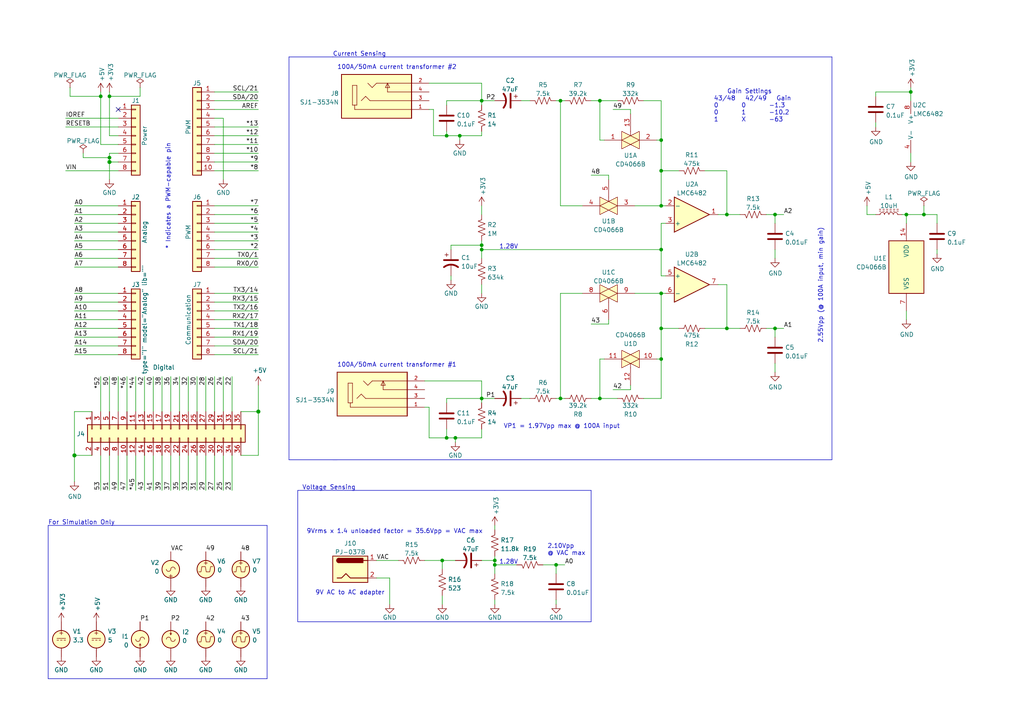
<source format=kicad_sch>
(kicad_sch (version 20230121) (generator eeschema)
  (paper "A4")
  (title_block (title "Panel to Aurduino Interface - NILM Project") (date "2022-08-26") (rev "1.2") (company "Copyright (c) 2022 Lindo St. Angel") (comment 1 "Resistors 1%, 1/4W unless otherwise noted") (comment 2 "Polarized capacitors tantalum 16V, 10% unless otherwise noted") (comment 3 "Unpolarized capacitors ceramic 16V, 10% unless otherwise noted"))
  (junction (at 31.75 27.94))
  (junction (at 191.77 95.25))
  (junction (at 21.59 132.08) (diameter 1.016))
  (junction (at 128.27 162.56))
  (junction (at 264.16 26.67))
  (junction (at 29.21 27.94))
  (junction (at 173.99 115.57))
  (junction (at 191.77 59.69))
  (junction (at 224.79 62.23))
  (junction (at 210.82 62.23))
  (junction (at 139.7 72.39))
  (junction (at 31.75 46.99) (diameter 1.016))
  (junction (at 191.77 104.14))
  (junction (at 210.82 95.25))
  (junction (at 191.77 40.64))
  (junction (at 139.7 115.57))
  (junction (at 129.54 39.37))
  (junction (at 162.56 115.57))
  (junction (at 191.77 72.39))
  (junction (at 143.51 162.56))
  (junction (at 161.29 163.83))
  (junction (at 133.35 39.37))
  (junction (at 262.89 62.23))
  (junction (at 143.51 163.83))
  (junction (at 191.77 85.09))
  (junction (at 31.75 45.72))
  (junction (at 129.54 127))
  (junction (at 139.7 71.12))
  (junction (at 132.08 127))
  (junction (at 162.56 29.21))
  (junction (at 267.97 62.23))
  (junction (at 224.79 95.25))
  (junction (at 191.77 49.53))
  (junction (at 139.7 29.21))
  (junction (at 74.93 119.38) (diameter 1.016))
  (junction (at 173.99 29.21))
  (no_connect (at 34.29 31.75))
  (wire (pts (xy 62.23 77.47) (xy 74.93 77.47)))
  (wire (pts (xy 264.16 25.4) (xy 264.16 26.67)))
  (wire (pts (xy 254 26.67) (xy 254 27.94)))
  (wire (pts (xy 139.7 115.57) (xy 129.54 115.57)))
  (wire (pts (xy 139.7 115.57) (xy 143.51 115.57)))
  (wire (pts (xy 271.78 62.23) (xy 271.78 64.77)))
  (wire (pts (xy 21.59 77.47) (xy 34.29 77.47)))
  (wire (pts (xy 161.29 163.83) (xy 161.29 166.37)))
  (polyline (pts (xy 77.47 196.85) (xy 13.97 196.85)))
  (wire (pts (xy 62.23 44.45) (xy 74.93 44.45)))
  (wire (pts (xy 44.45 109.22) (xy 44.45 119.38)))
  (polyline (pts (xy 241.3 133.35) (xy 96.52 133.35)))
  (wire (pts (xy 62.23 26.67) (xy 74.93 26.67)))
  (polyline (pts (xy 83.82 133.35) (xy 97.79 133.35)))
  (wire (pts (xy 46.99 109.22) (xy 46.99 119.38)))
  (wire (pts (xy 224.79 95.25) (xy 227.33 95.25)))
  (wire (pts (xy 74.93 119.38) (xy 74.93 132.08)))
  (wire (pts (xy 191.77 49.53) (xy 191.77 59.69)))
  (polyline (pts (xy 241.3 16.51) (xy 241.3 133.35)))
  (wire (pts (xy 26.67 119.38) (xy 21.59 119.38)))
  (wire (pts (xy 162.56 85.09) (xy 168.91 85.09)))
  (wire (pts (xy 162.56 59.69) (xy 168.91 59.69)))
  (wire (pts (xy 191.77 49.53) (xy 196.85 49.53)))
  (wire (pts (xy 264.16 26.67) (xy 264.16 29.21)))
  (wire (pts (xy 62.23 90.17) (xy 74.93 90.17)))
  (wire (pts (xy 31.75 44.45) (xy 31.75 45.72)))
  (wire (pts (xy 49.53 132.08) (xy 49.53 142.24)))
  (wire (pts (xy 21.59 72.39) (xy 34.29 72.39)))
  (wire (pts (xy 191.77 72.39) (xy 191.77 80.01)))
  (wire (pts (xy 151.13 29.21) (xy 153.67 29.21)))
  (wire (pts (xy 162.56 115.57) (xy 163.83 115.57)))
  (wire (pts (xy 54.61 109.22) (xy 54.61 119.38)))
  (wire (pts (xy 143.51 161.29) (xy 143.51 162.56)))
  (wire (pts (xy 31.75 109.22) (xy 31.75 119.38)))
  (wire (pts (xy 67.31 109.22) (xy 67.31 119.38)))
  (wire (pts (xy 190.5 40.64) (xy 191.77 40.64)))
  (wire (pts (xy 124.46 24.13) (xy 139.7 24.13)))
  (wire (pts (xy 191.77 115.57) (xy 191.77 104.14)))
  (wire (pts (xy 31.75 46.99) (xy 31.75 52.07)))
  (wire (pts (xy 264.16 26.67) (xy 254 26.67)))
  (wire (pts (xy 267.97 62.23) (xy 271.78 62.23)))
  (wire (pts (xy 251.46 59.69) (xy 251.46 62.23)))
  (wire (pts (xy 62.23 132.08) (xy 62.23 142.24)))
  (wire (pts (xy 171.45 50.8) (xy 176.53 50.8)))
  (wire (pts (xy 143.51 162.56) (xy 143.51 163.83)))
  (wire (pts (xy 31.75 39.37) (xy 34.29 39.37)))
  (wire (pts (xy 41.91 109.22) (xy 41.91 119.38)))
  (wire (pts (xy 161.29 163.83) (xy 163.83 163.83)))
  (wire (pts (xy 29.21 41.91) (xy 34.29 41.91)))
  (wire (pts (xy 52.07 132.08) (xy 52.07 142.24)))
  (wire (pts (xy 29.21 26.67) (xy 29.21 27.94)))
  (wire (pts (xy 21.59 102.87) (xy 34.29 102.87)))
  (wire (pts (xy 36.83 132.08) (xy 36.83 142.24)))
  (wire (pts (xy 59.69 132.08) (xy 59.69 142.24)))
  (polyline (pts (xy 86.36 180.34) (xy 171.45 180.34)))
  (wire (pts (xy 139.7 72.39) (xy 139.7 74.93)))
  (wire (pts (xy 177.8 31.75) (xy 182.88 31.75)))
  (wire (pts (xy 125.73 31.75) (xy 125.73 39.37)))
  (wire (pts (xy 271.78 72.39) (xy 271.78 73.66)))
  (wire (pts (xy 224.79 62.23) (xy 227.33 62.23)))
  (wire (pts (xy 133.35 39.37) (xy 139.7 39.37)))
  (wire (pts (xy 62.23 36.83) (xy 74.93 36.83)))
  (wire (pts (xy 31.75 26.67) (xy 31.75 27.94)))
  (wire (pts (xy 62.23 59.69) (xy 74.93 59.69)))
  (wire (pts (xy 139.7 29.21) (xy 143.51 29.21)))
  (wire (pts (xy 173.99 115.57) (xy 179.07 115.57)))
  (wire (pts (xy 34.29 59.69) (xy 21.59 59.69)))
  (polyline (pts (xy 13.97 152.4) (xy 13.97 196.85)))
  (wire (pts (xy 62.23 39.37) (xy 74.93 39.37)))
  (wire (pts (xy 34.29 100.33) (xy 21.59 100.33)))
  (wire (pts (xy 151.13 115.57) (xy 153.67 115.57)))
  (wire (pts (xy 191.77 40.64) (xy 191.77 49.53)))
  (wire (pts (xy 171.45 93.98) (xy 176.53 93.98)))
  (wire (pts (xy 267.97 59.69) (xy 267.97 62.23)))
  (wire (pts (xy 62.23 62.23) (xy 74.93 62.23)))
  (wire (pts (xy 113.03 167.64) (xy 113.03 175.26)))
  (wire (pts (xy 191.77 59.69) (xy 193.04 59.69)))
  (wire (pts (xy 62.23 97.79) (xy 74.93 97.79)))
  (wire (pts (xy 176.53 92.71) (xy 176.53 93.98)))
  (wire (pts (xy 210.82 49.53) (xy 210.82 62.23)))
  (wire (pts (xy 123.19 162.56) (xy 128.27 162.56)))
  (wire (pts (xy 20.32 25.4) (xy 20.32 27.94)))
  (wire (pts (xy 210.82 95.25) (xy 214.63 95.25)))
  (wire (pts (xy 161.29 115.57) (xy 162.56 115.57)))
  (wire (pts (xy 173.99 29.21) (xy 179.07 29.21)))
  (wire (pts (xy 109.22 162.56) (xy 115.57 162.56)))
  (wire (pts (xy 40.64 25.4) (xy 40.64 27.94)))
  (polyline (pts (xy 86.36 142.24) (xy 86.36 180.34)))
  (wire (pts (xy 186.69 29.21) (xy 191.77 29.21)))
  (wire (pts (xy 124.46 127) (xy 129.54 127)))
  (wire (pts (xy 52.07 109.22) (xy 52.07 119.38)))
  (wire (pts (xy 224.79 72.39) (xy 224.79 74.93)))
  (wire (pts (xy 21.59 119.38) (xy 21.59 132.08)))
  (wire (pts (xy 36.83 109.22) (xy 36.83 119.38)))
  (wire (pts (xy 26.67 132.08) (xy 21.59 132.08)))
  (wire (pts (xy 254 35.56) (xy 254 36.83)))
  (wire (pts (xy 224.79 62.23) (xy 224.79 64.77)))
  (wire (pts (xy 29.21 27.94) (xy 29.21 41.91)))
  (wire (pts (xy 171.45 115.57) (xy 173.99 115.57)))
  (wire (pts (xy 62.23 46.99) (xy 74.93 46.99)))
  (wire (pts (xy 59.69 109.22) (xy 59.69 119.38)))
  (wire (pts (xy 262.89 92.71) (xy 262.89 90.17)))
  (wire (pts (xy 261.62 62.23) (xy 262.89 62.23)))
  (wire (pts (xy 57.15 109.22) (xy 57.15 119.38)))
  (wire (pts (xy 39.37 132.08) (xy 39.37 142.24)))
  (wire (pts (xy 57.15 132.08) (xy 57.15 142.24)))
  (wire (pts (xy 34.29 132.08) (xy 34.29 142.24)))
  (wire (pts (xy 64.77 109.22) (xy 64.77 119.38)))
  (wire (pts (xy 191.77 95.25) (xy 196.85 95.25)))
  (wire (pts (xy 62.23 67.31) (xy 74.93 67.31)))
  (wire (pts (xy 125.73 39.37) (xy 129.54 39.37)))
  (wire (pts (xy 143.51 173.99) (xy 143.51 175.26)))
  (wire (pts (xy 191.77 95.25) (xy 191.77 85.09)))
  (wire (pts (xy 44.45 132.08) (xy 44.45 142.24)))
  (wire (pts (xy 204.47 49.53) (xy 210.82 49.53)))
  (wire (pts (xy 39.37 109.22) (xy 39.37 119.38)))
  (wire (pts (xy 31.75 45.72) (xy 31.75 46.99)))
  (wire (pts (xy 19.05 34.29) (xy 34.29 34.29)))
  (wire (pts (xy 139.7 69.85) (xy 139.7 71.12)))
  (wire (pts (xy 222.25 62.23) (xy 224.79 62.23)))
  (wire (pts (xy 191.77 29.21) (xy 191.77 40.64)))
  (wire (pts (xy 129.54 38.1) (xy 129.54 39.37)))
  (wire (pts (xy 62.23 87.63) (xy 74.93 87.63)))
  (wire (pts (xy 74.93 111.76) (xy 74.93 119.38)))
  (polyline (pts (xy 83.82 16.51) (xy 83.82 133.35)))
  (wire (pts (xy 132.08 128.27) (xy 132.08 127)))
  (polyline (pts (xy 77.47 152.4) (xy 77.47 196.85)))
  (wire (pts (xy 222.25 95.25) (xy 224.79 95.25)))
  (wire (pts (xy 191.77 85.09) (xy 193.04 85.09)))
  (wire (pts (xy 64.77 34.29) (xy 64.77 52.07)))
  (wire (pts (xy 176.53 52.07) (xy 176.53 50.8)))
  (wire (pts (xy 62.23 102.87) (xy 74.93 102.87)))
  (wire (pts (xy 128.27 162.56) (xy 128.27 165.1)))
  (polyline (pts (xy 96.52 16.51) (xy 83.82 16.51)))
  (wire (pts (xy 224.79 95.25) (xy 224.79 97.79)))
  (wire (pts (xy 124.46 31.75) (xy 125.73 31.75)))
  (wire (pts (xy 62.23 31.75) (xy 74.93 31.75)))
  (wire (pts (xy 24.13 45.72) (xy 31.75 45.72)))
  (wire (pts (xy 208.28 82.55) (xy 210.82 82.55)))
  (wire (pts (xy 69.85 119.38) (xy 74.93 119.38)))
  (wire (pts (xy 128.27 162.56) (xy 132.08 162.56)))
  (wire (pts (xy 62.23 95.25) (xy 74.93 95.25)))
  (polyline (pts (xy 171.45 180.34) (xy 171.45 142.24)))
  (wire (pts (xy 21.59 92.71) (xy 34.29 92.71)))
  (wire (pts (xy 177.8 113.03) (xy 182.88 113.03)))
  (wire (pts (xy 210.82 62.23) (xy 214.63 62.23)))
  (wire (pts (xy 34.29 64.77) (xy 21.59 64.77)))
  (wire (pts (xy 19.05 36.83) (xy 34.29 36.83)))
  (wire (pts (xy 129.54 39.37) (xy 133.35 39.37)))
  (wire (pts (xy 171.45 29.21) (xy 173.99 29.21)))
  (wire (pts (xy 139.7 72.39) (xy 191.77 72.39)))
  (wire (pts (xy 130.81 71.12) (xy 139.7 71.12)))
  (wire (pts (xy 62.23 85.09) (xy 74.93 85.09)))
  (wire (pts (xy 191.77 64.77) (xy 193.04 64.77)))
  (wire (pts (xy 34.29 46.99) (xy 31.75 46.99)))
  (wire (pts (xy 139.7 115.57) (xy 139.7 116.84)))
  (wire (pts (xy 123.19 110.49) (xy 139.7 110.49)))
  (wire (pts (xy 123.19 118.11) (xy 124.46 118.11)))
  (wire (pts (xy 224.79 105.41) (xy 224.79 107.95)))
  (wire (pts (xy 31.75 27.94) (xy 40.64 27.94)))
  (wire (pts (xy 129.54 124.46) (xy 129.54 127)))
  (wire (pts (xy 143.51 163.83) (xy 143.51 166.37)))
  (wire (pts (xy 193.04 80.01) (xy 191.77 80.01)))
  (wire (pts (xy 161.29 173.99) (xy 161.29 175.26)))
  (wire (pts (xy 129.54 127) (xy 132.08 127)))
  (wire (pts (xy 19.05 49.53) (xy 34.29 49.53)))
  (wire (pts (xy 29.21 109.22) (xy 29.21 119.38)))
  (wire (pts (xy 132.08 127) (xy 139.7 127)))
  (wire (pts (xy 184.15 85.09) (xy 191.77 85.09)))
  (wire (pts (xy 21.59 62.23) (xy 34.29 62.23)))
  (wire (pts (xy 251.46 62.23) (xy 254 62.23)))
  (wire (pts (xy 157.48 163.83) (xy 161.29 163.83)))
  (wire (pts (xy 128.27 172.72) (xy 128.27 175.26)))
  (wire (pts (xy 31.75 132.08) (xy 31.75 142.24)))
  (wire (pts (xy 31.75 27.94) (xy 31.75 39.37)))
  (wire (pts (xy 54.61 132.08) (xy 54.61 142.24)))
  (polyline (pts (xy 13.97 152.4) (xy 77.47 152.4)))
  (wire (pts (xy 143.51 152.4) (xy 143.51 153.67)))
  (wire (pts (xy 162.56 29.21) (xy 162.56 59.69)))
  (wire (pts (xy 34.29 90.17) (xy 21.59 90.17)))
  (wire (pts (xy 20.32 27.94) (xy 29.21 27.94)))
  (wire (pts (xy 29.21 132.08) (xy 29.21 142.24)))
  (wire (pts (xy 62.23 92.71) (xy 74.93 92.71)))
  (wire (pts (xy 62.23 34.29) (xy 64.77 34.29)))
  (wire (pts (xy 139.7 29.21) (xy 129.54 29.21)))
  (wire (pts (xy 208.28 62.23) (xy 210.82 62.23)))
  (wire (pts (xy 46.99 132.08) (xy 46.99 142.24)))
  (wire (pts (xy 182.88 33.02) (xy 182.88 31.75)))
  (wire (pts (xy 173.99 115.57) (xy 173.99 104.14)))
  (wire (pts (xy 161.29 29.21) (xy 162.56 29.21)))
  (wire (pts (xy 139.7 29.21) (xy 139.7 30.48)))
  (wire (pts (xy 34.29 44.45) (xy 31.75 44.45)))
  (wire (pts (xy 21.59 97.79) (xy 34.29 97.79)))
  (wire (pts (xy 173.99 29.21) (xy 173.99 40.64)))
  (wire (pts (xy 191.77 104.14) (xy 191.77 95.25)))
  (wire (pts (xy 24.13 44.45) (xy 24.13 45.72)))
  (wire (pts (xy 62.23 109.22) (xy 62.23 119.38)))
  (wire (pts (xy 262.89 62.23) (xy 267.97 62.23)))
  (polyline (pts (xy 96.52 16.51) (xy 241.3 16.51)))
  (wire (pts (xy 182.88 111.76) (xy 182.88 113.03)))
  (wire (pts (xy 62.23 41.91) (xy 74.93 41.91)))
  (wire (pts (xy 139.7 38.1) (xy 139.7 39.37)))
  (wire (pts (xy 49.53 109.22) (xy 49.53 119.38)))
  (wire (pts (xy 21.59 87.63) (xy 34.29 87.63)))
  (wire (pts (xy 133.35 39.37) (xy 133.35 40.64)))
  (polyline (pts (xy 143.51 142.24) (xy 171.45 142.24)))
  (wire (pts (xy 62.23 64.77) (xy 74.93 64.77)))
  (wire (pts (xy 262.89 62.23) (xy 262.89 64.77)))
  (wire (pts (xy 21.59 67.31) (xy 34.29 67.31)))
  (wire (pts (xy 124.46 118.11) (xy 124.46 127)))
  (wire (pts (xy 264.16 44.45) (xy 264.16 46.99)))
  (wire (pts (xy 34.29 109.22) (xy 34.29 119.38)))
  (wire (pts (xy 162.56 115.57) (xy 162.56 85.09)))
  (wire (pts (xy 139.7 71.12) (xy 139.7 72.39)))
  (wire (pts (xy 62.23 100.33) (xy 74.93 100.33)))
  (wire (pts (xy 139.7 124.46) (xy 139.7 127)))
  (wire (pts (xy 173.99 104.14) (xy 175.26 104.14)))
  (wire (pts (xy 74.93 132.08) (xy 69.85 132.08)))
  (wire (pts (xy 34.29 85.09) (xy 21.59 85.09)))
  (wire (pts (xy 139.7 24.13) (xy 139.7 29.21)))
  (wire (pts (xy 67.31 132.08) (xy 67.31 142.24)))
  (wire (pts (xy 109.22 167.64) (xy 113.03 167.64)))
  (wire (pts (xy 186.69 115.57) (xy 191.77 115.57)))
  (wire (pts (xy 130.81 71.12) (xy 130.81 72.39)))
  (wire (pts (xy 210.82 95.25) (xy 210.82 82.55)))
  (wire (pts (xy 143.51 163.83) (xy 149.86 163.83)))
  (wire (pts (xy 62.23 29.21) (xy 74.93 29.21)))
  (wire (pts (xy 64.77 132.08) (xy 64.77 142.24)))
  (wire (pts (xy 139.7 115.57) (xy 139.7 110.49)))
  (wire (pts (xy 62.23 72.39) (xy 74.93 72.39)))
  (wire (pts (xy 139.7 162.56) (xy 143.51 162.56)))
  (polyline (pts (xy 143.51 142.24) (xy 86.36 142.24)))
  (wire (pts (xy 62.23 69.85) (xy 74.93 69.85)))
  (wire (pts (xy 139.7 82.55) (xy 139.7 85.09)))
  (wire (pts (xy 139.7 59.69) (xy 139.7 62.23)))
  (wire (pts (xy 204.47 95.25) (xy 210.82 95.25)))
  (wire (pts (xy 41.91 132.08) (xy 41.91 142.24)))
  (wire (pts (xy 129.54 29.21) (xy 129.54 30.48)))
  (wire (pts (xy 190.5 104.14) (xy 191.77 104.14)))
  (wire (pts (xy 184.15 59.69) (xy 191.77 59.69)))
  (wire (pts (xy 129.54 115.57) (xy 129.54 116.84)))
  (wire (pts (xy 191.77 64.77) (xy 191.77 72.39)))
  (wire (pts (xy 130.81 80.01) (xy 130.81 81.28)))
  (wire (pts (xy 173.99 40.64) (xy 175.26 40.64)))
  (wire (pts (xy 62.23 74.93) (xy 74.93 74.93)))
  (wire (pts (xy 34.29 95.25) (xy 21.59 95.25)))
  (wire (pts (xy 21.59 132.08) (xy 21.59 139.7)))
  (wire (pts (xy 34.29 74.93) (xy 21.59 74.93)))
  (wire (pts (xy 34.29 69.85) (xy 21.59 69.85)))
  (wire (pts (xy 162.56 29.21) (xy 163.83 29.21)))
  (wire (pts (xy 62.23 49.53) (xy 74.93 49.53)))
  (text "    Gain Settings\n43/48   42/49   Gain\n0       0       -1.3\n0       1       -10.2\n1       X       -63" (at 207.01 35.56 0) (effects (font (size 1.27 1.27)) (justify left bottom)))
  (text "2.55Vpp (@ 100A input, min gain)" (at 238.76 66.04 90) (effects (font (size 1.27 1.27)) (justify right bottom)))
  (text "Voltage Sensing" (at 87.63 142.24 0) (effects (font (size 1.27 1.27)) (justify left bottom)))
  (text "9V AC to AC adapter" (at 91.44 172.72 0) (effects (font (size 1.27 1.27)) (justify left bottom)))
  (text "2.10Vpp\n@ VAC max" (at 158.75 161.29 0) (effects (font (size 1.27 1.27)) (justify left bottom)))
  (text "1.28V" (at 144.78 163.83 0) (effects (font (size 1.27 1.27)) (justify left bottom)))
  (text "1.28V" (at 144.78 72.39 0) (effects (font (size 1.27 1.27)) (justify left bottom)))
  (text "100A/50mA current transformer #2" (at 97.79 20.32 0) (effects (font (size 1.27 1.27)) (justify left bottom)))
  (text "Current Sensing" (at 96.52 16.51 0) (effects (font (size 1.27 1.27)) (justify left bottom)))
  (text "100A/50mA current transformer #1" (at 97.79 106.68 0) (effects (font (size 1.27 1.27)) (justify left bottom)))
  (text "VP1 = 1.97Vpp max @ 100A input" (at 146.05 124.46 0) (effects (font (size 1.27 1.27)) (justify left bottom)))
  (text "* Indicates a PWM-capable pin" (at 49.53 72.39 90) (effects (font (size 1.27 1.27)) (justify left bottom)))
  (text "9Vrms x 1.4 unloaded factor = 35.6Vpp = VAC max" (at 88.9 154.94 0) (effects (font (size 1.27 1.27)) (justify left bottom)))
  (text "For Simulation Only" (at 13.97 152.4 0) (effects (font (size 1.27 1.27)) (justify left bottom)))
  (label "A10" (at 21.59 90.17 0))
  (label "RX0{slash}0" (at 74.93 77.47 180))
  (label "A15" (at 21.59 102.87 0))
  (label "48" (at 69.85 160.02 0))
  (label "A2" (at 21.59 64.77 0))
  (label "RX2{slash}17" (at 74.93 92.71 180))
  (label "*4" (at 74.93 67.31 180))
  (label "P2" (at 140.97 29.21 0))
  (label "SDA{slash}20" (at 74.93 100.33 180))
  (label "26" (at 62.23 109.22 270))
  (label "49" (at 177.8 31.75 0))
  (label "31" (at 57.15 142.24 90))
  (label "22" (at 67.31 109.22 270))
  (label "33" (at 54.61 142.24 90))
  (label "36" (at 49.53 109.22 270))
  (label "*2" (at 74.93 72.39 180))
  (label "TX1{slash}18" (at 74.93 95.25 180))
  (label "*44" (at 39.37 109.22 270))
  (label "A3" (at 21.59 67.31 0))
  (label "*13" (at 74.93 36.83 180))
  (label "P2" (at 49.53 180.34 0))
  (label "*52" (at 29.21 109.22 270))
  (label "*12" (at 74.93 39.37 180))
  (label "40" (at 44.45 109.22 270))
  (label "RESETB" (at 19.05 36.83 0))
  (label "35" (at 52.07 142.24 90))
  (label "*10" (at 74.93 44.45 180))
  (label "42" (at 177.8 113.03 0))
  (label "A1" (at 227.33 95.25 0))
  (label "28" (at 59.69 109.22 270))
  (label "43" (at 69.85 180.34 0))
  (label "A0" (at 163.83 163.83 0))
  (label "23" (at 67.31 142.24 90))
  (label "29" (at 59.69 142.24 90))
  (label "A13" (at 21.59 97.79 0))
  (label "41" (at 44.45 142.24 90))
  (label "A2" (at 227.33 62.23 0))
  (label "30" (at 57.15 109.22 270))
  (label "47" (at 36.83 142.24 90))
  (label "34" (at 52.07 109.22 270))
  (label "*45" (at 39.37 142.24 90))
  (label "38" (at 46.99 109.22 270))
  (label "43" (at 171.45 93.98 0))
  (label "51" (at 31.75 142.24 90))
  (label "48" (at 171.45 50.8 0))
  (label "*7" (at 74.93 59.69 180))
  (label "VAC" (at 109.22 162.56 0))
  (label "SDA{slash}20" (at 74.93 29.21 180))
  (label "*8" (at 74.93 49.53 180))
  (label "P1" (at 40.64 180.34 0))
  (label "VIN" (at 19.05 49.53 0))
  (label "49" (at 59.69 160.02 0))
  (label "P1" (at 140.97 115.57 0))
  (label "A9" (at 21.59 87.63 0))
  (label "*11" (at 74.93 41.91 180))
  (label "*3" (at 74.93 69.85 180))
  (label "42" (at 59.69 180.34 0))
  (label "A6" (at 21.59 74.93 0))
  (label "42" (at 41.91 109.22 270))
  (label "A1" (at 21.59 62.23 0))
  (label "53" (at 29.21 142.24 90))
  (label "TX0{slash}1" (at 74.93 74.93 180))
  (label "24" (at 64.77 109.22 270))
  (label "RX1{slash}19" (at 74.93 97.79 180))
  (label "A0" (at 21.59 59.69 0))
  (label "AREF" (at 74.93 31.75 180))
  (label "A14" (at 21.59 100.33 0))
  (label "39" (at 46.99 142.24 90))
  (label "A8" (at 21.59 85.09 0))
  (label "27" (at 62.23 142.24 90))
  (label "37" (at 49.53 142.24 90))
  (label "25" (at 64.77 142.24 90))
  (label "*6" (at 74.93 62.23 180))
  (label "*46" (at 36.83 109.22 270))
  (label "SCL{slash}21" (at 74.93 26.67 180))
  (label "*9" (at 74.93 46.99 180))
  (label "50" (at 31.75 109.22 270))
  (label "TX2{slash}16" (at 74.93 90.17 180))
  (label "*5" (at 74.93 64.77 180))
  (label "IOREF" (at 19.05 34.29 0))
  (label "VAC" (at 49.53 160.02 0))
  (label "A7" (at 21.59 77.47 0))
  (label "A11" (at 21.59 92.71 0))
  (label "A4" (at 21.59 69.85 0))
  (label "49" (at 34.29 142.24 90))
  (label "A5" (at 21.59 72.39 0))
  (label "RX3{slash}15" (at 74.93 87.63 180))
  (label "TX3{slash}14" (at 74.93 85.09 180))
  (label "32" (at 54.61 109.22 270))
  (label "43" (at 41.91 142.24 90))
  (label "A12" (at 21.59 95.25 0))
  (label "SCL{slash}21" (at 74.93 102.87 180))
  (label "48" (at 34.29 109.22 270))
  (symbol (lib_id "Connector_Generic:Conn_01x08") (at 39.37 39.37 0) (unit 1)
    (property "Reference" "J1" (at 39.37 29.21 0))
    (property "Value" "Power" (at 41.91 39.37 90))
    (property "Footprint" "Connector_PinHeader_2.54mm:PinHeader_1x08_P2.54mm_Vertical" (effects hide))
    (property "Sim.Enable" "0" (effects hide))
    (property "Sim.Device" "SPICE" (effects hide))
    (property "Sim.Params" "type=\"J\" model=\"Power\" lib=\"\"" (effects hide))
    (property "Sim.Pins" "1=1 2=2 3=3 4=4 5=5 6=6 7=7 8=8" (effects hide))
  )
  (symbol (lib_id "power:+3V3") (at 31.75 26.67 0) (unit 1)
    (property "Reference" "#PWR08" (effects hide))
    (property "Value" "+3.3V" (at 32.131 23.622 90) (effects (justify left)))
  )
  (symbol (lib_id "power:+5V") (at 29.21 26.67 0) (unit 1)
    (property "Reference" "#PWR07" (effects hide))
    (property "Value" "+5V" (at 29.5656 23.622 90) (effects (justify left)))
  )
  (symbol (lib_id "power:GND") (at 31.75 52.07 0) (unit 1)
    (property "Reference" "#PWR09" (effects hide))
    (property "Value" "GND" (at 31.75 55.88 0))
  )
  (symbol (lib_id "Connector_Generic:Conn_01x10") (at 57.15 36.83 0) (mirror y) (unit 1)
    (property "Reference" "J5" (at 57.15 24.13 0))
    (property "Value" "PWM" (at 54.61 36.83 90))
    (property "Footprint" "Connector_PinHeader_2.54mm:PinHeader_1x10_P2.54mm_Vertical" (effects hide))
    (property "Sim.Enable" "0" (effects hide))
    (property "Sim.Device" "SPICE" (effects hide))
    (property "Sim.Params" "type=\"J\" model=\"PWM\" lib=\"\"" (effects hide))
    (property "Sim.Pins" "1=1 2=2 3=3 4=4 5=5 6=6 7=7 8=8 9=9 10=10" (effects hide))
  )
  (symbol (lib_id "power:GND") (at 64.77 52.07 0) (unit 1)
    (property "Reference" "#PWR014" (effects hide))
    (property "Value" "GND" (at 64.77 55.88 0))
  )
  (symbol (lib_id "Connector_Generic:Conn_01x08") (at 39.37 67.31 0) (unit 1)
    (property "Reference" "J2" (at 39.37 57.15 0))
    (property "Value" "Analog" (at 41.91 67.31 90))
    (property "Footprint" "Connector_PinHeader_2.54mm:PinHeader_1x08_P2.54mm_Vertical" (effects hide))
    (property "Sim.Enable" "0" (effects hide))
    (property "Sim.Device" "SPICE" (effects hide))
    (property "Sim.Params" "type=\"J\" model=\"Analog\" lib=\"\"" (effects hide))
    (property "Sim.Pins" "1=1 2=2 3=3 4=4 5=5 6=6 7=7 8=8" (effects hide))
  )
  (symbol (lib_id "Connector_Generic:Conn_01x08") (at 57.15 67.31 0) (mirror y) (unit 1)
    (property "Reference" "J6" (at 57.15 57.15 0))
    (property "Value" "PWM" (at 54.61 67.31 90))
    (property "Footprint" "Connector_PinHeader_2.54mm:PinHeader_1x08_P2.54mm_Vertical" (effects hide))
    (property "Sim.Enable" "0" (effects hide))
    (property "Sim.Device" "SPICE" (effects hide))
    (property "Sim.Params" "type=\"J\" model=\"PWM\" lib=\"\"" (effects hide))
    (property "Sim.Pins" "1=1 2=2 3=3 4=4 5=5 6=6 7=7 8=8" (effects hide))
  )
  (symbol (lib_id "Connector_Generic:Conn_01x08") (at 39.37 92.71 0) (unit 1)
    (property "Reference" "J3" (at 39.37 82.55 0))
    (property "Value" "${SIM.PARAMS}" (at 41.91 92.71 90))
    (property "Footprint" "Connector_PinHeader_2.54mm:PinHeader_1x08_P2.54mm_Vertical" (effects hide))
    (property "Sim.Enable" "0" (effects hide))
    (property "Sim.Device" "SPICE" (effects hide))
    (property "Sim.Params" "type=\"I\" model=\"Analog\" lib=\"\"" (effects hide))
    (property "Sim.Pins" "1=1 2=2 3=3 4=4 5=5 6=6 7=7 8=8" (effects hide))
  )
  (symbol (lib_id "Connector_Generic:Conn_01x08") (at 57.15 92.71 0) (mirror y) (unit 1)
    (property "Reference" "J7" (at 57.15 82.55 0))
    (property "Value" "Communication" (at 54.61 92.71 90))
    (property "Footprint" "Connector_PinHeader_2.54mm:PinHeader_1x08_P2.54mm_Vertical" (effects hide))
    (property "Sim.Enable" "0" (effects hide))
    (property "Sim.Device" "SPICE" (effects hide))
    (property "Sim.Params" "type=\"J\" model=\"Communication\" lib=\"\"" (effects hide))
    (property "Sim.Pins" "1=1 2=2 3=3 4=4 5=5 6=6 7=7 8=8" (effects hide))
  )
  (symbol (lib_id "Connector_Generic:Conn_02x18_Odd_Even") (at 46.99 124.46 90) (mirror x) (unit 1)
    (property "Reference" "J4" (at 24.6379 125.8506 90) (effects (justify left)))
    (property "Value" "Digital" (at 47.498 106.553 90))
    (property "Footprint" "Connector_PinHeader_2.54mm:PinHeader_2x18_P2.54mm_Vertical" (effects hide))
    (property "Sim.Enable" "0" (effects hide))
    (property "Sim.Device" "SPICE" (effects hide))
    (property "Sim.Params" "type=\"J\" model=\"Digital\" lib=\"\"" (effects hide))
    (property "Sim.Pins" "1=1 2=2 3=3 4=4 5=5 6=6 7=7 8=8 9=9 10=10 11=11 12=12 13=13 14=14 15=15 16=16 17=17 18=18 19=19 20=20 21=21 22=22 23=23 24=24 25=25 26=26 27=27 28=28 29=29 30=30 31=31 32=32 33=33 34=34 35=35 36=36" (effects hide))
  )
  (symbol (lib_id "power:GND") (at 21.59 139.7 0) (unit 1)
    (property "Reference" "#PWR03" (effects hide))
    (property "Value" "GND" (at 21.7043 144.0244 0))
  )
  (symbol (lib_id "power:+5V") (at 74.93 111.76 0) (unit 1)
    (property "Reference" "#PWR016" (effects hide))
    (property "Value" "+5V" (at 75.2983 107.4356 0))
  )
  (symbol (lib_id "4xxx:4066") (at 176.53 85.09 0) (mirror x) (unit 3)
    (property "Reference" "U1" (at 176.53 78.9772 0))
    (property "Value" "CD4066B" (at 176.53 81.5141 0))
    (property "Footprint" "Package_SO:SOIC-14_3.9x8.7mm_P1.27mm" (effects hide))
    (property "Datasheet" "https://www.ti.com/lit/ds/symlink/cd4066b.pdf?ts=1659354242888&ref_url=https%253A%252F%252Fwww.ti.com%252Fproduct%252FCD4066B%252Fpart-details%252FCD4066BPW" (effects hide))
    (property "Sim.Library" "CD4066-quad.LIB" (effects hide))
    (property "Sim.Name" "CD4066-quad" (effects hide))
    (property "Sim.Pins" "1=aio 2=aoi 3=bio 4=boi 5=bctrl 6=cctrl 7=vss 8=cio 9=coi 10=dio 11=doi 12=dctrl 13=actrl 14=vdd" (effects hide))
  )
  (symbol (lib_id "power:GND") (at 139.7 85.09 0) (unit 1)
    (property "Reference" "#PWR020" (effects hide))
    (property "Value" "GND" (at 139.7 88.9 0))
  )
  (symbol (lib_id "Device:R_US") (at 200.66 49.53 90) (mirror x) (unit 1)
    (property "Reference" "R11" (at 200.66 44.9412 90))
    (property "Value" "475k" (at 200.66 47.4781 90))
    (property "Footprint" "Resistor_SMD:R_1206_3216Metric_Pad1.30x1.75mm_HandSolder" (effects hide))
    (property "Datasheet" "https://www.yageo.com/upload/media/product/productsearch/datasheet/rchip/PYu-RC_Group_51_RoHS_L_12.pdf" (effects hide))
  )
  (symbol (lib_id "Device:R_US") (at 139.7 78.74 0) (mirror y) (unit 1)
    (property "Reference" "R3" (at 141.351 77.9053 0) (effects (justify right)))
    (property "Value" "634k" (at 141.351 80.4422 0) (effects (justify right)))
    (property "Footprint" "Resistor_SMD:R_1206_3216Metric_Pad1.30x1.75mm_HandSolder" (effects hide))
    (property "Datasheet" "https://www.yageo.com/upload/media/product/productsearch/datasheet/rchip/PYu-RC_Group_51_RoHS_L_12.pdf" (effects hide))
  )
  (symbol (lib_id "Device:R_US") (at 139.7 66.04 0) (mirror y) (unit 1)
    (property "Reference" "R2" (at 141.351 65.2053 0) (effects (justify right)))
    (property "Value" "1M" (at 141.351 67.7422 0) (effects (justify right)))
    (property "Footprint" "Resistor_SMD:R_1206_3216Metric_Pad1.30x1.75mm_HandSolder" (effects hide))
    (property "Datasheet" "https://www.yageo.com/upload/media/product/productsearch/datasheet/rchip/PYu-RC_Group_51_RoHS_L_12.pdf" (effects hide))
  )
  (symbol (lib_id "Device:R_US") (at 218.44 95.25 90) (unit 1)
    (property "Reference" "R14" (at 218.44 90.6612 90))
    (property "Value" "7.5k" (at 218.44 93.1981 90))
    (property "Footprint" "Resistor_SMD:R_1206_3216Metric_Pad1.30x1.75mm_HandSolder" (effects hide))
    (property "Datasheet" "https://www.yageo.com/upload/media/product/productsearch/datasheet/rchip/PYu-RC_Group_51_RoHS_L_12.pdf" (effects hide))
  )
  (symbol (lib_id "power:GND") (at 128.27 175.26 0) (unit 1)
    (property "Reference" "#PWR025" (effects hide))
    (property "Value" "GND" (at 128.27 179.07 0))
  )
  (symbol (lib_id "4xxx:4066") (at 182.88 104.14 0) (mirror x) (unit 4)
    (property "Reference" "U1" (at 182.88 99.6966 0))
    (property "Value" "CD4066B" (at 182.88 97.1597 0))
    (property "Footprint" "Package_SO:SOIC-14_3.9x8.7mm_P1.27mm" (effects hide))
    (property "Datasheet" "https://www.ti.com/lit/ds/symlink/cd4066b.pdf?ts=1659354242888&ref_url=https%253A%252F%252Fwww.ti.com%252Fproduct%252FCD4066B%252Fpart-details%252FCD4066BPW" (effects hide))
    (property "Sim.Library" "CD4066-quad.LIB" (effects hide))
    (property "Sim.Name" "CD4066-quad" (effects hide))
    (property "Sim.Pins" "1=aio 2=aoi 3=bio 4=boi 5=bctrl 6=cctrl 7=vss 8=cio 9=coi 10=dio 11=doi 12=dctrl 13=actrl 14=vdd" (effects hide))
  )
  (symbol (lib_id "Device:R_US") (at 139.7 120.65 0) (mirror y) (unit 1)
    (property "Reference" "R4" (at 141.351 119.8153 0) (effects (justify right)))
    (property "Value" "14" (at 141.351 122.3522 0) (effects (justify right)))
    (property "Footprint" "Resistor_SMD:R_1206_3216Metric_Pad1.30x1.75mm_HandSolder" (effects hide))
    (property "Datasheet" "https://www.yageo.com/upload/media/product/productsearch/datasheet/rchip/PYu-RC_Group_51_RoHS_L_12.pdf" (effects hide))
  )
  (symbol (lib_id "Device:L_Ferrite") (at 257.81 62.23 90) (unit 1)
    (property "Reference" "L1" (at 257.81 57.1332 90))
    (property "Value" "10uH" (at 257.81 59.6701 90))
    (property "Footprint" "Inductor_SMD:L_1008_2520Metric_Pad1.43x2.20mm_HandSolder" (effects hide))
    (property "Datasheet" "https://www.murata.com/~/media/webrenewal/products/inductor/chip/tokoproducts/wirewoundmetalalloychiptype/m_dfe252012c.ashx" (effects hide))
  )
  (symbol (lib_id "power:+3V3") (at 139.7 59.69 0) (unit 1)
    (property "Reference" "#PWR019" (effects hide))
    (property "Value" "+3.3V" (at 140.081 56.642 90) (effects (justify left)))
  )
  (symbol (lib_id "Simulation_SPICE:VPULSE") (at 69.85 165.1 0) (unit 1) (in_bom no) (on_board no)
    (property "Reference" "V7" (at 73.152 162.8071 0) (effects (justify left)))
    (property "Value" "0" (at 73.152 165.344 0) (effects (justify left)))
    (property "Sim.Device" "SPICE" (effects hide))
    (property "Sim.Params" "type=\"V\" model=\"dc 0 ac 0 pulse(0 5 0 2n 2n 16.667m 50m)\" lib=\"\"" (effects hide))
    (property "Sim.Pins" "1=1 2=2" (effects hide))
  )
  (symbol (lib_id "power:GND") (at 17.78 190.5 0) (unit 1)
    (property "Reference" "#PWR02" (effects hide))
    (property "Value" "GND" (at 17.78 194.31 0))
  )
  (symbol (lib_id "power:+5V") (at 251.46 59.69 0) (unit 1)
    (property "Reference" "#PWR028" (effects hide))
    (property "Value" "+5V" (at 251.8156 56.642 90) (effects (justify left)))
  )
  (symbol (lib_id "SJ1-3534N:SJ1-3534N") (at 107.95 115.57 0) (mirror x) (unit 1)
    (property "Reference" "J9" (at 97.028 113.4653 0) (effects (justify right)))
    (property "Value" "SJ1-3534N" (at 97.028 116.0022 0) (effects (justify right)))
    (property "Footprint" "SJ1-3534N:CUI_SJ1-3534N" (effects hide))
    (property "Datasheet" "https://www.cuidevices.com/product/resource/sj1-353xn-series.pdf" (effects hide))
    (property "PACKAGE" "None" (effects hide))
    (property "MP" "SJ1-3534N" (effects hide))
    (property "PRICE" "None" (effects hide))
    (property "DESCRIPTION" "3.5 mm, Stereo, Right Angle, Through Hole, Audio Jack Connector" (effects hide))
    (property "MF" "CUI Devices" (effects hide))
    (property "Sim.Enable" "0" (effects hide))
    (property "Sim.Device" "SPICE" (effects hide))
    (property "Sim.Params" "type=\"J\" model=\"SJ1-3534N\" lib=\"\"" (effects hide))
    (property "Sim.Pins" "1=1 2=2 3=3 4=4" (effects hide))
  )
  (symbol (lib_id "power:+3V3") (at 143.51 152.4 0) (unit 1)
    (property "Reference" "#PWR026" (effects hide))
    (property "Value" "+3.3V" (at 143.891 149.352 90) (effects (justify left)))
  )
  (symbol (lib_id "power:GND") (at 224.79 107.95 0) (unit 1)
    (property "Reference" "#PWR024" (effects hide))
    (property "Value" "GND" (at 224.9043 112.2744 0))
  )
  (symbol (lib_id "power:GND") (at 271.78 73.66 0) (unit 1)
    (property "Reference" "#PWR034" (effects hide))
    (property "Value" "GND" (at 271.8943 77.9844 0))
  )
  (symbol (lib_id "4xxx:4066") (at 176.53 59.69 0) (unit 2)
    (property "Reference" "U1" (at 176.53 64.1334 0))
    (property "Value" "CD4066B" (at 176.53 66.6703 0))
    (property "Footprint" "Package_SO:SOIC-14_3.9x8.7mm_P1.27mm" (effects hide))
    (property "Datasheet" "https://www.ti.com/lit/ds/symlink/cd4066b.pdf?ts=1659354242888&ref_url=https%253A%252F%252Fwww.ti.com%252Fproduct%252FCD4066B%252Fpart-details%252FCD4066BPW" (effects hide))
    (property "Sim.Library" "CD4066-quad.LIB" (effects hide))
    (property "Sim.Name" "CD4066-quad" (effects hide))
    (property "Sim.Pins" "1=aio 2=aoi 3=bio 4=boi 5=bctrl 6=cctrl 7=vss 8=cio 9=coi 10=dio 11=doi 12=dctrl 13=actrl 14=vdd" (effects hide))
  )
  (symbol (lib_id "Device:C") (at 224.79 101.6 0) (unit 1)
    (property "Reference" "C5" (at 227.711 100.7653 0) (effects (justify left)))
    (property "Value" "0.01uF" (at 227.711 103.3022 0) (effects (justify left)))
    (property "Footprint" "Capacitor_SMD:C_1206_3216Metric_Pad1.33x1.80mm_HandSolder" (effects hide))
  )
  (symbol (lib_id "power:GND") (at 69.85 170.18 0) (unit 1)
    (property "Reference" "#PWR036" (effects hide))
    (property "Value" "GND" (at 69.85 173.99 0))
  )
  (symbol (lib_id "Device:C_Polarized_US") (at 135.89 162.56 270) (mirror x) (unit 1)
    (property "Reference" "C6" (at 136.525 156.7012 90))
    (property "Value" "47uF" (at 136.525 159.2381 90))
    (property "Footprint" "Capacitor_Tantalum_SMD:CP_EIA-6032-20_AVX-F_Pad2.25x2.35mm_HandSolder" (effects hide))
  )
  (symbol (lib_id "Simulation_SPICE:VPULSE") (at 59.69 185.42 0) (unit 1) (in_bom no) (on_board no)
    (property "Reference" "V4" (at 62.992 183.1271 0) (effects (justify left)))
    (property "Value" "0" (at 62.992 185.664 0) (effects (justify left)))
    (property "Sim.Device" "SPICE" (effects hide))
    (property "Sim.Params" "type=\"V\" model=\"dc 0 ac 0 pulse(0 5 0 2n 2n 16.667m 33.333m)\" lib=\"\"" (effects hide))
    (property "Sim.Pins" "1=1 2=2" (effects hide))
  )
  (symbol (lib_id "Device:R_US") (at 218.44 62.23 90) (mirror x) (unit 1)
    (property "Reference" "R13" (at 218.44 57.6412 90))
    (property "Value" "7.5k" (at 218.44 60.1781 90))
    (property "Footprint" "Resistor_SMD:R_1206_3216Metric_Pad1.30x1.75mm_HandSolder" (effects hide))
    (property "Datasheet" "https://www.yageo.com/upload/media/product/productsearch/datasheet/rchip/PYu-RC_Group_51_RoHS_L_12.pdf" (effects hide))
  )
  (symbol (lib_id "Simulation_SPICE:VDC") (at 27.94 185.42 0) (unit 1) (in_bom no) (on_board no)
    (property "Reference" "V3" (at 31.242 183.1271 0) (effects (justify left)))
    (property "Value" "5" (at 31.242 185.664 0) (effects (justify left)))
    (property "Sim.Device" "V" (effects hide))
    (property "Sim.Type" "DC" (effects hide))
    (property "Sim.Pins" "1=+ 2=-" (effects hide))
  )
  (symbol (lib_id "Amplifier_Operational:LMC6482") (at 266.7 36.83 0) (unit 3)
    (property "Reference" "U2" (at 266.7 30.48 0))
    (property "Value" "LMC6482" (at 269.24 33.02 0))
    (property "Footprint" "Package_SO:SOIC-8_3.9x4.9mm_P1.27mm" (effects hide))
    (property "Datasheet" "http://www.ti.com/lit/ds/symlink/lmc6482.pdf" (effects hide))
    (property "Sim.Library" "LMC6482-ideal.LIB" (effects hide))
    (property "Sim.Name" "LMC6482" (effects hide))
    (property "Sim.Pins" "1=1out 2=1in- 3=1in+ 4=vee 5=2in+ 6=2in- 7=2out 8=vcc" (effects hide))
  )
  (symbol (lib_id "Device:R_US") (at 139.7 34.29 0) (mirror y) (unit 1)
    (property "Reference" "R1" (at 141.351 33.4553 0) (effects (justify right)))
    (property "Value" "14" (at 141.351 35.9922 0) (effects (justify right)))
    (property "Footprint" "Resistor_SMD:R_1206_3216Metric_Pad1.30x1.75mm_HandSolder" (effects hide))
    (property "Datasheet" "https://www.yageo.com/upload/media/product/productsearch/datasheet/rchip/PYu-RC_Group_51_RoHS_L_12.pdf" (effects hide))
  )
  (symbol (lib_id "power:GND") (at 27.94 190.5 0) (unit 1)
    (property "Reference" "#PWR06" (effects hide))
    (property "Value" "GND" (at 27.94 194.31 0))
  )
  (symbol (lib_id "power:+3V3") (at 17.78 180.34 0) (unit 1)
    (property "Reference" "#PWR01" (effects hide))
    (property "Value" "+3.3V" (at 18.161 177.292 90) (effects (justify left)))
  )
  (symbol (lib_id "power:GND") (at 262.89 92.71 0) (unit 1)
    (property "Reference" "#PWR033" (effects hide))
    (property "Value" "GND" (at 263.0043 97.0344 0))
  )
  (symbol (lib_id "Device:R_US") (at 182.88 29.21 90) (mirror x) (unit 1)
    (property "Reference" "R9" (at 182.88 24.6212 90))
    (property "Value" "332k" (at 182.88 27.1581 90))
    (property "Footprint" "Resistor_SMD:R_1206_3216Metric_Pad1.30x1.75mm_HandSolder" (effects hide))
    (property "Datasheet" "https://www.yageo.com/upload/media/product/productsearch/datasheet/rchip/PYu-RC_Group_51_RoHS_L_12.pdf" (effects hide))
  )
  (symbol (lib_id "power:GND") (at 130.81 81.28 0) (unit 1)
    (property "Reference" "#PWR017" (effects hide))
    (property "Value" "GND" (at 130.81 85.09 0))
  )
  (symbol (lib_id "Device:R_US") (at 200.66 95.25 90) (unit 1)
    (property "Reference" "R12" (at 200.66 99.8388 90))
    (property "Value" "475k" (at 200.66 97.3019 90))
    (property "Footprint" "Resistor_SMD:R_1206_3216Metric_Pad1.30x1.75mm_HandSolder" (effects hide))
    (property "Datasheet" "https://www.yageo.com/upload/media/product/productsearch/datasheet/rchip/PYu-RC_Group_51_RoHS_L_12.pdf" (effects hide))
  )
  (symbol (lib_id "power:GND") (at 133.35 40.64 0) (unit 1)
    (property "Reference" "#PWR018" (effects hide))
    (property "Value" "GND" (at 133.35 44.45 0))
  )
  (symbol (lib_id "power:GND") (at 132.08 128.27 0) (unit 1)
    (property "Reference" "#PWR04" (effects hide))
    (property "Value" "GND" (at 132.08 132.08 0))
  )
  (symbol (lib_id "power:GND") (at 49.53 190.5 0) (unit 1)
    (property "Reference" "#PWR012" (effects hide))
    (property "Value" "GND" (at 49.53 194.31 0))
  )
  (symbol (lib_id "Simulation_SPICE:ISIN") (at 49.53 185.42 0) (unit 1) (in_bom no) (on_board no)
    (property "Reference" "I2" (at 52.832 183.3169 0) (effects (justify left)))
    (property "Value" "0" (at 52.832 185.8538 0) (effects (justify left)))
    (property "Sim.Device" "SPICE" (effects hide))
    (property "Sim.Params" "type=\"I\" model=\"dc 0 ac 1.27m sin(0 1.27m 60)\" lib=\"\"" (effects hide))
    (property "Sim.Pins" "1=1 2=2" (effects hide))
  )
  (symbol (lib_id "SJ1-3534N:SJ1-3534N") (at 109.22 29.21 0) (mirror x) (unit 1)
    (property "Reference" "J8" (at 98.298 27.1053 0) (effects (justify right)))
    (property "Value" "SJ1-3534N" (at 98.298 29.6422 0) (effects (justify right)))
    (property "Footprint" "SJ1-3534N:CUI_SJ1-3534N" (effects hide))
    (property "Datasheet" "https://www.cuidevices.com/product/resource/sj1-353xn-series.pdf" (effects hide))
    (property "PACKAGE" "None" (effects hide))
    (property "MP" "SJ1-3534N" (effects hide))
    (property "PRICE" "None" (effects hide))
    (property "DESCRIPTION" "3.5 mm, Stereo, Right Angle, Through Hole, Audio Jack Connector" (effects hide))
    (property "MF" "CUI Devices" (effects hide))
    (property "Sim.Enable" "0" (effects hide))
    (property "Sim.Device" "SPICE" (effects hide))
    (property "Sim.Params" "type=\"J\" model=\"SJ1-3534N\" lib=\"\"" (effects hide))
    (property "Sim.Pins" "1=1 2=2 3=3 4=4" (effects hide))
  )
  (symbol (lib_id "Device:R_US") (at 128.27 168.91 0) (mirror y) (unit 1)
    (property "Reference" "R16" (at 129.921 168.0753 0) (effects (justify right)))
    (property "Value" "523" (at 129.921 170.6122 0) (effects (justify right)))
    (property "Footprint" "Resistor_SMD:R_1206_3216Metric_Pad1.30x1.75mm_HandSolder" (effects hide))
    (property "Datasheet" "https://www.yageo.com/upload/media/product/productsearch/datasheet/rchip/PYu-RC_Group_51_RoHS_L_12.pdf" (effects hide))
    (property "Sim.Device" "SPICE" (effects hide))
    (property "Sim.Params" "type=\"R\" model=\"523\" lib=\"\"" (effects hide))
    (property "Sim.Pins" "1=1 2=2" (effects hide))
  )
  (symbol (lib_id "Amplifier_Operational:LMC6482") (at 200.66 82.55 0) (unit 2)
    (property "Reference" "U2" (at 200.66 73.7702 0))
    (property "Value" "LMC6482" (at 200.66 76.3071 0))
    (property "Footprint" "Package_SO:SOIC-8_3.9x4.9mm_P1.27mm" (effects hide))
    (property "Datasheet" "http://www.ti.com/lit/ds/symlink/lmc6482.pdf" (effects hide))
    (property "Sim.Library" "LMC6482-ideal.LIB" (effects hide))
    (property "Sim.Name" "LMC6482" (effects hide))
    (property "Sim.Pins" "1=1out 2=1in- 3=1in+ 4=vee 5=2in+ 6=2in- 7=2out 8=vcc" (effects hide))
  )
  (symbol (lib_id "Device:R_US") (at 182.88 115.57 90) (mirror x) (unit 1)
    (property "Reference" "R10" (at 182.88 120.1588 90))
    (property "Value" "332k" (at 182.88 117.6219 90))
    (property "Footprint" "Resistor_SMD:R_1206_3216Metric_Pad1.30x1.75mm_HandSolder" (effects hide))
    (property "Datasheet" "https://www.yageo.com/upload/media/product/productsearch/datasheet/rchip/PYu-RC_Group_51_RoHS_L_12.pdf" (effects hide))
  )
  (symbol (lib_id "power:GND") (at 59.69 170.18 0) (unit 1)
    (property "Reference" "#PWR035" (effects hide))
    (property "Value" "GND" (at 59.69 173.99 0))
  )
  (symbol (lib_id "Device:C") (at 129.54 120.65 0) (unit 1)
    (property "Reference" "C11" (at 132.461 119.8153 0) (effects (justify left)))
    (property "Value" "0.1uF" (at 132.461 122.3522 0) (effects (justify left)))
    (property "Footprint" "Capacitor_SMD:C_1206_3216Metric_Pad1.33x1.80mm_HandSolder" (effects hide))
  )
  (symbol (lib_id "Device:R_US") (at 153.67 163.83 90) (mirror x) (unit 1)
    (property "Reference" "R19" (at 153.67 159.2412 90))
    (property "Value" "7.5k" (at 153.67 161.7781 90))
    (property "Footprint" "Resistor_SMD:R_1206_3216Metric_Pad1.30x1.75mm_HandSolder" (effects hide))
    (property "Datasheet" "https://www.yageo.com/upload/media/product/productsearch/datasheet/rchip/PYu-RC_Group_51_RoHS_L_12.pdf" (effects hide))
    (property "Sim.Device" "SPICE" (effects hide))
    (property "Sim.Params" "type=\"R\" model=\"7.5k\" lib=\"\"" (effects hide))
    (property "Sim.Pins" "1=1 2=2" (effects hide))
  )
  (symbol (lib_id "Device:C") (at 271.78 68.58 0) (unit 1)
    (property "Reference" "C9" (at 274.701 67.7453 0) (effects (justify left)))
    (property "Value" "0.1uF" (at 274.701 70.2822 0) (effects (justify left)))
    (property "Footprint" "Capacitor_SMD:C_1206_3216Metric_Pad1.33x1.80mm_HandSolder" (effects hide))
  )
  (symbol (lib_id "power:PWR_FLAG") (at 40.64 25.4 0) (unit 1)
    (property "Reference" "#FLG0102" (effects hide))
    (property "Value" "PWR_FLAG" (at 40.64 21.8242 0))
  )
  (symbol (lib_id "Simulation_SPICE:ISIN") (at 40.64 185.42 0) (mirror x) (unit 1) (in_bom no) (on_board no)
    (property "Reference" "I1" (at 37.3381 184.5853 0) (effects (justify right)))
    (property "Value" "0" (at 37.3381 187.1222 0) (effects (justify right)))
    (property "Sim.Device" "SPICE" (effects hide))
    (property "Sim.Params" "type=\"I\" model=\"dc 0 ac 1.27m sin(0 1.27m 60)\" lib=\"\"" (effects hide))
    (property "Sim.Pins" "1=1 2=2" (effects hide))
  )
  (symbol (lib_id "power:PWR_FLAG") (at 24.13 44.45 0) (unit 1)
    (property "Reference" "#FLG0101" (effects hide))
    (property "Value" "PWR_FLAG" (at 24.13 40.8742 0))
  )
  (symbol (lib_id "power:GND") (at 161.29 175.26 0) (unit 1)
    (property "Reference" "#PWR030" (effects hide))
    (property "Value" "GND" (at 161.29 179.07 0))
  )
  (symbol (lib_id "Device:C_Polarized_US") (at 147.32 115.57 270) (mirror x) (unit 1)
    (property "Reference" "C3" (at 147.955 109.7112 90))
    (property "Value" "47uF" (at 147.955 112.2481 90))
    (property "Footprint" "Capacitor_Tantalum_SMD:CP_EIA-6032-20_AVX-F_Pad2.25x2.35mm_HandSolder" (effects hide))
  )
  (symbol (lib_id "Device:C") (at 129.54 34.29 0) (unit 1)
    (property "Reference" "C10" (at 132.461 33.4553 0) (effects (justify left)))
    (property "Value" "0.1uF" (at 132.461 35.9922 0) (effects (justify left)))
    (property "Footprint" "Capacitor_SMD:C_1206_3216Metric_Pad1.33x1.80mm_HandSolder" (effects hide))
  )
  (symbol (lib_id "Device:C_Polarized_US") (at 147.32 29.21 270) (unit 1)
    (property "Reference" "C2" (at 147.955 23.3512 90))
    (property "Value" "47uF" (at 147.955 25.8881 90))
    (property "Footprint" "Capacitor_Tantalum_SMD:CP_EIA-6032-20_AVX-F_Pad2.25x2.35mm_HandSolder" (effects hide))
  )
  (symbol (lib_id "power:GND") (at 40.64 190.5 0) (unit 1)
    (property "Reference" "#PWR010" (effects hide))
    (property "Value" "GND" (at 40.64 194.31 0))
  )
  (symbol (lib_id "power:GND") (at 113.03 175.26 0) (unit 1)
    (property "Reference" "#PWR022" (effects hide))
    (property "Value" "GND" (at 113.03 179.07 0))
  )
  (symbol (lib_id "power:GND") (at 264.16 46.99 0) (unit 1)
    (property "Reference" "#PWR032" (effects hide))
    (property "Value" "GND" (at 264.2743 51.3144 0))
  )
  (symbol (lib_id "power:GND") (at 224.79 74.93 0) (unit 1)
    (property "Reference" "#PWR023" (effects hide))
    (property "Value" "GND" (at 224.9043 79.2544 0))
  )
  (symbol (lib_id "Device:R_US") (at 119.38 162.56 90) (mirror x) (unit 1)
    (property "Reference" "R15" (at 119.38 157.9712 90))
    (property "Value" "7.5k" (at 119.38 160.5081 90))
    (property "Footprint" "Resistor_SMD:R_1206_3216Metric_Pad1.30x1.75mm_HandSolder" (effects hide))
    (property "Datasheet" "https://www.yageo.com/upload/media/product/productsearch/datasheet/rchip/PYu-RC_Group_51_RoHS_L_12.pdf" (effects hide))
    (property "Sim.Device" "SPICE" (effects hide))
    (property "Sim.Params" "type=\"R\" model=\"7.5k\" lib=\"\"" (effects hide))
    (property "Sim.Pins" "1=1 2=2" (effects hide))
  )
  (symbol (lib_id "power:PWR_FLAG") (at 20.32 25.4 0) (unit 1)
    (property "Reference" "#FLG0103" (effects hide))
    (property "Value" "PWR_FLAG" (at 20.32 21.8242 0))
  )
  (symbol (lib_id "Device:R_US") (at 157.48 115.57 270) (unit 1)
    (property "Reference" "R6" (at 157.48 110.9812 90))
    (property "Value" "7.5k" (at 157.48 113.5181 90))
    (property "Footprint" "Resistor_SMD:R_1206_3216Metric_Pad1.30x1.75mm_HandSolder" (effects hide))
    (property "Datasheet" "https://www.yageo.com/upload/media/product/productsearch/datasheet/rchip/PYu-RC_Group_51_RoHS_L_12.pdf" (effects hide))
  )
  (symbol (lib_id "4xxx:4066") (at 262.89 77.47 0) (unit 5)
    (property "Reference" "U1" (at 255.27 74.93 0))
    (property "Value" "CD4066B" (at 252.73 77.47 0))
    (property "Footprint" "Package_SO:SOIC-14_3.9x8.7mm_P1.27mm" (effects hide))
    (property "Datasheet" "https://www.ti.com/lit/ds/symlink/cd4066b.pdf?ts=1659354242888&ref_url=https%253A%252F%252Fwww.ti.com%252Fproduct%252FCD4066B%252Fpart-details%252FCD4066BPW" (effects hide))
    (property "Sim.Library" "CD4066-quad.LIB" (effects hide))
    (property "Sim.Name" "CD4066-quad" (effects hide))
    (property "Sim.Pins" "1=aio 2=aoi 3=bio 4=boi 5=bctrl 6=cctrl 7=vss 8=cio 9=coi 10=dio 11=doi 12=dctrl 13=actrl 14=vdd" (effects hide))
  )
  (symbol (lib_id "power:PWR_FLAG") (at 267.97 59.69 0) (unit 1)
    (property "Reference" "#FLG0104" (effects hide))
    (property "Value" "PWR_FLAG" (at 267.97 56.1142 0))
  )
  (symbol (lib_id "Device:C") (at 224.79 68.58 0) (unit 1)
    (property "Reference" "C4" (at 227.711 67.7453 0) (effects (justify left)))
    (property "Value" "0.01uF" (at 227.711 70.2822 0) (effects (justify left)))
    (property "Footprint" "Capacitor_SMD:C_1206_3216Metric_Pad1.33x1.80mm_HandSolder" (effects hide))
  )
  (symbol (lib_id "power:GND") (at 69.85 190.5 0) (unit 1)
    (property "Reference" "#PWR015" (effects hide))
    (property "Value" "GND" (at 69.85 194.31 0))
  )
  (symbol (lib_id "power:GND") (at 143.51 175.26 0) (unit 1)
    (property "Reference" "#PWR027" (effects hide))
    (property "Value" "GND" (at 143.51 179.07 0))
  )
  (symbol (lib_id "Device:R_US") (at 167.64 29.21 90) (mirror x) (unit 1)
    (property "Reference" "R7" (at 167.64 24.6212 90))
    (property "Value" "39.2k" (at 167.64 27.1581 90))
    (property "Footprint" "Resistor_SMD:R_1206_3216Metric_Pad1.30x1.75mm_HandSolder" (effects hide))
    (property "Datasheet" "https://www.yageo.com/upload/media/product/productsearch/datasheet/rchip/PYu-RC_Group_51_RoHS_L_12.pdf" (effects hide))
  )
  (symbol (lib_id "Simulation_SPICE:VPULSE") (at 59.69 165.1 0) (unit 1) (in_bom no) (on_board no)
    (property "Reference" "V6" (at 62.992 162.8071 0) (effects (justify left)))
    (property "Value" "0" (at 62.992 165.344 0) (effects (justify left)))
    (property "Sim.Device" "SPICE" (effects hide))
    (property "Sim.Params" "type=\"V\" model=\"dc 0 ac 0 pulse(0 5 0 2n 2n 16.667m 33.333m)\" lib=\"\"" (effects hide))
    (property "Sim.Pins" "1=1 2=2" (effects hide))
  )
  (symbol (lib_id "power:+5V") (at 27.94 180.34 0) (unit 1)
    (property "Reference" "#PWR05" (effects hide))
    (property "Value" "+5V" (at 28.2956 177.292 90) (effects (justify left)))
  )
  (symbol (lib_id "power:GND") (at 254 36.83 0) (unit 1)
    (property "Reference" "#PWR029" (effects hide))
    (property "Value" "GND" (at 254.1143 41.1544 0))
  )
  (symbol (lib_id "Device:C_Polarized_US") (at 130.81 76.2 0) (unit 1)
    (property "Reference" "C1" (at 133.731 74.7303 0) (effects (justify left)))
    (property "Value" "10uF" (at 133.731 77.2672 0) (effects (justify left)))
    (property "Footprint" "Capacitor_Tantalum_SMD:CP_EIA-6032-20_AVX-F_Pad2.25x2.35mm_HandSolder" (effects hide))
    (property "Datasheet" "https://www.jameco.com/Jameco/Products/ProdDS/135319.pdf" (effects hide))
  )
  (symbol (lib_id "Simulation_SPICE:VSIN") (at 49.53 165.1 0) (mirror x) (unit 1) (in_bom no) (on_board no)
    (property "Reference" "V2" (at 46.2281 163.1866 0) (effects (justify right)))
    (property "Value" "0" (at 46.2281 165.7235 0) (effects (justify right)))
    (property "Sim.Device" "SPICE" (effects hide))
    (property "Sim.Params" "type=\"V\" model=\"dc 0 ac 17.8 sin(0 17.8 60)\" lib=\"\"" (effects hide))
    (property "Sim.Pins" "1=1 2=2" (effects hide))
  )
  (symbol (lib_id "Device:R_US") (at 157.48 29.21 90) (mirror x) (unit 1)
    (property "Reference" "R5" (at 157.48 24.6212 90))
    (property "Value" "7.5k" (at 157.48 27.1581 90))
    (property "Footprint" "Resistor_SMD:R_1206_3216Metric_Pad1.30x1.75mm_HandSolder" (effects hide))
    (property "Datasheet" "https://www.yageo.com/upload/media/product/productsearch/datasheet/rchip/PYu-RC_Group_51_RoHS_L_12.pdf" (effects hide))
  )
  (symbol (lib_id "power:GND") (at 49.53 170.18 0) (unit 1)
    (property "Reference" "#PWR011" (effects hide))
    (property "Value" "GND" (at 49.53 173.99 0))
  )
  (symbol (lib_id "Device:R_US") (at 167.64 115.57 270) (unit 1)
    (property "Reference" "R8" (at 167.64 120.1588 90))
    (property "Value" "39.2k" (at 167.64 117.6219 90))
    (property "Footprint" "Resistor_SMD:R_1206_3216Metric_Pad1.30x1.75mm_HandSolder" (effects hide))
    (property "Datasheet" "https://www.yageo.com/upload/media/product/productsearch/datasheet/rchip/PYu-RC_Group_51_RoHS_L_12.pdf" (effects hide))
  )
  (symbol (lib_id "Simulation_SPICE:VDC") (at 17.78 185.42 0) (unit 1) (in_bom no) (on_board no)
    (property "Reference" "V1" (at 21.082 183.1271 0) (effects (justify left)))
    (property "Value" "3.3" (at 21.082 185.664 0) (effects (justify left)))
    (property "Sim.Device" "V" (effects hide))
    (property "Sim.Type" "DC" (effects hide))
    (property "Sim.Pins" "1=+ 2=-" (effects hide))
  )
  (symbol (lib_id "Simulation_SPICE:VPULSE") (at 69.85 185.42 0) (unit 1) (in_bom no) (on_board no)
    (property "Reference" "V5" (at 73.152 183.1271 0) (effects (justify left)))
    (property "Value" "0" (at 73.152 185.664 0) (effects (justify left)))
    (property "Sim.Device" "SPICE" (effects hide))
    (property "Sim.Params" "type=\"V\" model=\"dc 0 ac 0 pulse(0 5 0 2n 2n 16.667m 50m)\" lib=\"\"" (effects hide))
    (property "Sim.Pins" "1=1 2=2" (effects hide))
  )
  (symbol (lib_id "Device:C") (at 161.29 170.18 0) (unit 1)
    (property "Reference" "C8" (at 164.211 169.3453 0) (effects (justify left)))
    (property "Value" "0.01uF" (at 164.211 171.8822 0) (effects (justify left)))
    (property "Footprint" "Capacitor_SMD:C_1206_3216Metric_Pad1.33x1.80mm_HandSolder" (effects hide))
  )
  (symbol (lib_id "Device:R_US") (at 143.51 170.18 0) (mirror y) (unit 1)
    (property "Reference" "R18" (at 145.161 169.3453 0) (effects (justify right)))
    (property "Value" "7.5k" (at 145.161 171.8822 0) (effects (justify right)))
    (property "Footprint" "Resistor_SMD:R_1206_3216Metric_Pad1.30x1.75mm_HandSolder" (effects hide))
    (property "Datasheet" "https://www.yageo.com/upload/media/product/productsearch/datasheet/rchip/PYu-RC_Group_51_RoHS_L_12.pdf" (effects hide))
    (property "Sim.Device" "SPICE" (effects hide))
    (property "Sim.Params" "type=\"R\" model=\"7.5k\" lib=\"\"" (effects hide))
    (property "Sim.Pins" "1=1 2=2" (effects hide))
  )
  (symbol (lib_id "power:+3V3") (at 264.16 25.4 0) (unit 1)
    (property "Reference" "#PWR031" (effects hide))
    (property "Value" "+3V3" (at 264.541 22.352 90) (effects (justify left)))
  )
  (symbol (lib_id "Device:C") (at 254 31.75 0) (unit 1)
    (property "Reference" "C7" (at 256.921 30.9153 0) (effects (justify left)))
    (property "Value" "0.1uF" (at 256.921 33.4522 0) (effects (justify left)))
    (property "Footprint" "Capacitor_SMD:C_1206_3216Metric_Pad1.33x1.80mm_HandSolder" (effects hide))
  )
  (symbol (lib_id "Connector:Barrel_Jack") (at 101.6 165.1 0) (unit 1)
    (property "Reference" "J10" (at 101.6 157.5902 0))
    (property "Value" "PJ-037B" (at 101.6 160.1271 0))
    (property "Footprint" "PJ-037B:CUI_PJ-037B" (effects hide))
    (property "Datasheet" "https://www.cuidevices.com/product/resource/pj-037b.pdf" (effects hide))
    (property "Sim.Enable" "0" (effects hide))
    (property "Sim.Device" "SPICE" (effects hide))
    (property "Sim.Params" "type=\"J\" model=\"Barrel_Jack\" lib=\"\"" (effects hide))
    (property "Sim.Pins" "1=1 2=2" (effects hide))
  )
  (symbol (lib_id "power:GND") (at 59.69 190.5 0) (unit 1)
    (property "Reference" "#PWR013" (effects hide))
    (property "Value" "GND" (at 59.69 194.31 0))
  )
  (symbol (lib_id "Device:R_US") (at 143.51 157.48 0) (mirror y) (unit 1)
    (property "Reference" "R17" (at 145.161 156.6453 0) (effects (justify right)))
    (property "Value" "11.8k" (at 145.161 159.1822 0) (effects (justify right)))
    (property "Footprint" "Resistor_SMD:R_1206_3216Metric_Pad1.30x1.75mm_HandSolder" (effects hide))
    (property "Datasheet" "https://www.yageo.com/upload/media/product/productsearch/datasheet/rchip/PYu-RC_Group_51_RoHS_L_12.pdf" (effects hide))
    (property "Sim.Device" "SPICE" (effects hide))
    (property "Sim.Params" "type=\"R\" model=\"11.8k\" lib=\"\"" (effects hide))
    (property "Sim.Pins" "1=1 2=2" (effects hide))
  )
  (symbol (lib_id "4xxx:4066") (at 182.88 40.64 0) (unit 1)
    (property "Reference" "U1" (at 182.88 45.0834 0))
    (property "Value" "CD4066B" (at 182.88 47.6203 0))
    (property "Footprint" "Package_SO:SOIC-14_3.9x8.7mm_P1.27mm" (effects hide))
    (property "Datasheet" "https://www.ti.com/lit/ds/symlink/cd4066b.pdf?ts=1659354242888&ref_url=https%253A%252F%252Fwww.ti.com%252Fproduct%252FCD4066B%252Fpart-details%252FCD4066BPW" (effects hide))
    (property "Sim.Library" "CD4066-quad.LIB" (effects hide))
    (property "Sim.Name" "CD4066-quad" (effects hide))
    (property "Sim.Pins" "1=aio 2=aoi 3=bio 4=boi 5=bctrl 6=cctrl 7=vss 8=cio 9=coi 10=dio 11=doi 12=dctrl 13=actrl 14=vdd" (effects hide))
  )
  (symbol (lib_id "Amplifier_Operational:LMC6482") (at 200.66 62.23 0) (mirror x) (unit 1)
    (property "Reference" "U2" (at 200.66 53.4502 0))
    (property "Value" "LMC6482" (at 200.66 55.9871 0))
    (property "Footprint" "Package_SO:SOIC-8_3.9x4.9mm_P1.27mm" (effects hide))
    (property "Datasheet" "http://www.ti.com/lit/ds/symlink/lmc6482.pdf" (effects hide))
    (property "Sim.Library" "LMC6482-ideal.LIB" (effects hide))
    (property "Sim.Name" "LMC6482" (effects hide))
    (property "Sim.Pins" "1=1out 2=1in- 3=1in+ 4=vee 5=2in+ 6=2in- 7=2out 8=vcc" (effects hide))
  )
)
</source>
